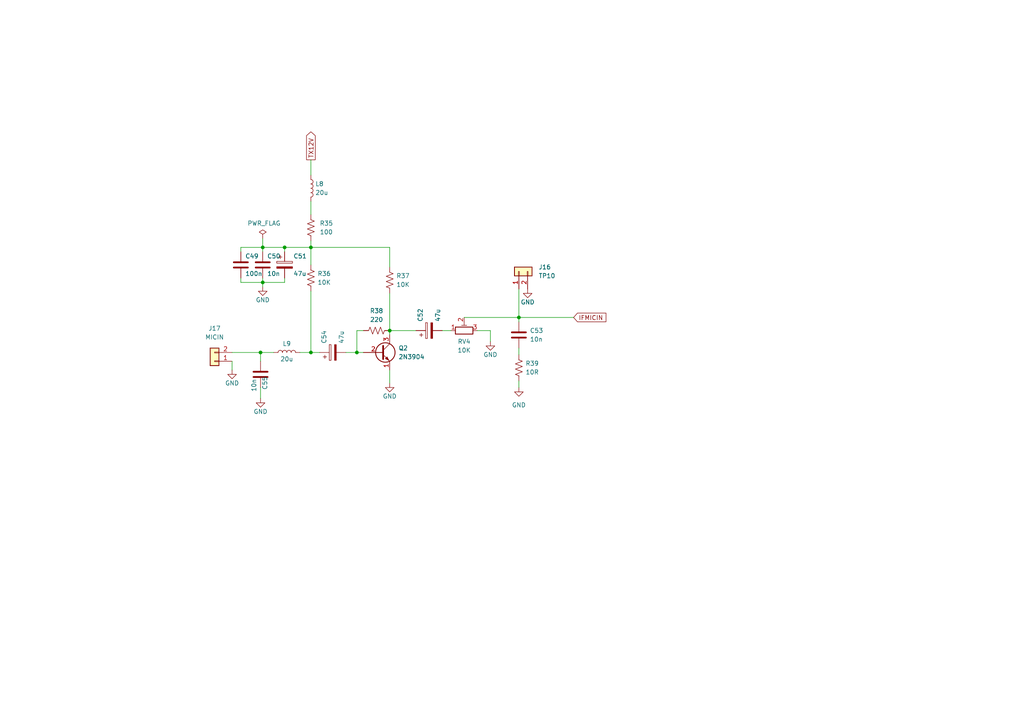
<source format=kicad_sch>
(kicad_sch (version 20211123) (generator eeschema)
  (paper "A4")
  (lib_symbols
    (symbol "Connector_Generic:Conn_01x02" (pin_names (offset 1.016) hide)
      (property "Reference" "J" (at 0 2.54 0))
      (property "Value" "Conn_01x02" (at 0 -5.08 0))
      (symbol "Conn_01x02_1_1"
        (rectangle (start -1.27 -2.413) (end 0 -2.667) (stroke (width 0.1524)))
        (rectangle (start -1.27 0.127) (end 0 -0.127) (stroke (width 0.1524)))
        (rectangle (start -1.27 1.27) (end 1.27 -3.81) (stroke (width 0.254)) (fill (type background)))
        (pin passive line (at -5.08 0 0) (length 3.81) (name "Pin_1") (number "1"))
        (pin passive line (at -5.08 -2.54 0) (length 3.81) (name "Pin_2") (number "2"))
      )
    )
    (symbol "Device:C" (pin_numbers hide) (pin_names (offset 0.254))
      (property "Reference" "C" (at 0.635 2.54 0))
      (property "Value" "C" (at 0.635 -2.54 0))
      (symbol "C_0_1"
        (polyline (pts (xy -2.032 -0.762) (xy 2.032 -0.762)) (stroke (width 0.508)))
        (polyline (pts (xy -2.032 0.762) (xy 2.032 0.762)) (stroke (width 0.508)))
      )
      (symbol "C_1_1"
        (pin passive line (at 0 3.81 270) (length 2.794) (name "~") (number "1"))
        (pin passive line (at 0 -3.81 90) (length 2.794) (name "~") (number "2"))
      )
    )
    (symbol "Device:C_Polarized" (pin_numbers hide) (pin_names (offset 0.254))
      (property "Reference" "C" (at 0.635 2.54 0))
      (property "Value" "C_Polarized" (at 0.635 -2.54 0))
      (symbol "C_Polarized_0_1"
        (rectangle (start -2.286 0.508) (end 2.286 1.016))
        (polyline (pts (xy -1.778 2.286) (xy -0.762 2.286)))
        (polyline (pts (xy -1.27 2.794) (xy -1.27 1.778)))
        (rectangle (start 2.286 -0.508) (end -2.286 -1.016) (fill (type outline)))
      )
      (symbol "C_Polarized_1_1"
        (pin passive line (at 0 3.81 270) (length 2.794) (name "~") (number "1"))
        (pin passive line (at 0 -3.81 90) (length 2.794) (name "~") (number "2"))
      )
    )
    (symbol "Device:L" (pin_numbers hide) (pin_names (offset 1.016) hide)
      (property "Reference" "L" (at -1.27 0 90))
      (property "Value" "L" (at 1.905 0 90))
      (symbol "L_0_1"
        (arc (start 0 -2.54) (mid 0.635 -1.905) (end 0 -1.27))
        (arc (start 0 -1.27) (mid 0.635 -0.635) (end 0 0))
        (arc (start 0 0) (mid 0.635 0.635) (end 0 1.27))
        (arc (start 0 1.27) (mid 0.635 1.905) (end 0 2.54))
      )
      (symbol "L_1_1"
        (pin passive line (at 0 3.81 270) (length 1.27) (name "1") (number "1"))
        (pin passive line (at 0 -3.81 90) (length 1.27) (name "2") (number "2"))
      )
    )
    (symbol "Device:R_Potentiometer_Trim" (pin_names (offset 1.016) hide)
      (property "Reference" "RV" (at -4.445 0 90))
      (property "Value" "R_Potentiometer_Trim" (at -2.54 0 90))
      (symbol "R_Potentiometer_Trim_0_1"
        (polyline (pts (xy 1.524 0.762) (xy 1.524 -0.762)))
        (polyline (pts (xy 2.54 0) (xy 1.524 0)))
        (rectangle (start 1.016 2.54) (end -1.016 -2.54) (stroke (width 0.254)))
      )
      (symbol "R_Potentiometer_Trim_1_1"
        (pin passive line (at 0 3.81 270) (length 1.27) (name "1") (number "1"))
        (pin passive line (at 3.81 0 180) (length 1.27) (name "2") (number "2"))
        (pin passive line (at 0 -3.81 90) (length 1.27) (name "3") (number "3"))
      )
    )
    (symbol "Device:R_US" (pin_numbers hide) (pin_names (offset 0))
      (property "Reference" "R" (at 2.54 0 90))
      (property "Value" "R_US" (at -2.54 0 90))
      (symbol "R_US_0_1"
        (polyline (pts (xy 0 -2.286) (xy 0 -2.54)))
        (polyline (pts (xy 0 2.286) (xy 0 2.54)))
        (polyline (pts (xy 0 -0.762) (xy 1.016 -1.143) (xy 0 -1.524) (xy -1.016 -1.905) (xy 0 -2.286)))
        (polyline (pts (xy 0 0.762) (xy 1.016 0.381) (xy 0 0) (xy -1.016 -0.381) (xy 0 -0.762)))
        (polyline (pts (xy 0 2.286) (xy 1.016 1.905) (xy 0 1.524) (xy -1.016 1.143) (xy 0 0.762)))
      )
      (symbol "R_US_1_1"
        (pin passive line (at 0 3.81 270) (length 1.27) (name "~") (number "1"))
        (pin passive line (at 0 -3.81 90) (length 1.27) (name "~") (number "2"))
      )
    )
    (symbol "Transistor_BJT:2N3904" (pin_names (offset 0) hide)
      (property "Reference" "Q" (at 5.08 1.905 0))
      (property "Value" "2N3904" (at 5.08 0 0))
      (symbol "2N3904_0_1"
        (polyline (pts (xy 0.635 0.635) (xy 2.54 2.54)))
        (polyline (pts (xy 0.635 -0.635) (xy 2.54 -2.54) (xy 2.54 -2.54)))
        (polyline (pts (xy 0.635 1.905) (xy 0.635 -1.905) (xy 0.635 -1.905)) (stroke (width 0.508)))
        (polyline (pts (xy 1.27 -1.778) (xy 1.778 -1.27) (xy 2.286 -2.286) (xy 1.27 -1.778) (xy 1.27 -1.778)) (fill (type outline)))
        (circle (center 1.27 0) (radius 2.8194) (stroke (width 0.254)))
      )
      (symbol "2N3904_1_1"
        (pin passive line (at 2.54 -5.08 90) (length 2.54) (name "E") (number "1"))
        (pin passive line (at -5.08 0 0) (length 5.715) (name "B") (number "2"))
        (pin passive line (at 2.54 5.08 270) (length 2.54) (name "C") (number "3"))
      )
    )
    (symbol "power:GND" (power) (pin_names (offset 0))
      (property "Value" "GND" (at 0 -3.81 0))
      (symbol "GND_0_1"
        (polyline (pts (xy 0 0) (xy 0 -1.27) (xy 1.27 -1.27) (xy 0 -2.54) (xy -1.27 -1.27) (xy 0 -1.27)))
      )
      (symbol "GND_1_1"
        (pin power_in line (at 0 0 270) (length 0) hide (name "GND") (number "1"))
      )
    )
    (symbol "power:PWR_FLAG" (power) (pin_numbers hide) (pin_names (offset 0) hide)
      (property "Value" "PWR_FLAG" (at 0 3.81 0))
      (symbol "PWR_FLAG_0_0"
        (pin power_out line (at 0 0 90) (length 0) (name "pwr") (number "1"))
      )
      (symbol "PWR_FLAG_0_1"
        (polyline (pts (xy 0 0) (xy 0 1.27) (xy -1.016 1.905) (xy 0 2.54) (xy 1.016 1.905) (xy 0 1.27)))
      )
    )
  )
  (junction (at 75.565 102.235))
  (junction (at 113.03 95.885))
  (junction (at 90.17 102.235))
  (junction (at 150.495 92.075))
  (junction (at 82.55 71.755))
  (junction (at 76.2 81.915))
  (junction (at 103.505 102.235))
  (junction (at 90.17 71.755))
  (junction (at 76.2 71.755))
  (wire (pts (xy 90.17 69.85) (xy 90.17 71.755)))
  (wire (pts (xy 134.62 92.075) (xy 150.495 92.075)))
  (wire (pts (xy 76.2 71.755) (xy 76.2 73.025)))
  (wire (pts (xy 113.03 71.755) (xy 113.03 77.47)))
  (wire (pts (xy 67.31 102.235) (xy 75.565 102.235)))
  (wire (pts (xy 90.17 58.42) (xy 90.17 62.23)))
  (wire (pts (xy 69.85 71.755) (xy 69.85 73.025)))
  (wire (pts (xy 90.17 71.755) (xy 82.55 71.755)))
  (wire (pts (xy 150.495 100.965) (xy 150.495 102.87)))
  (wire (pts (xy 113.03 111.125) (xy 113.03 107.315)))
  (wire (pts (xy 76.2 71.755) (xy 82.55 71.755)))
  (wire (pts (xy 150.495 92.075) (xy 150.495 93.345)))
  (wire (pts (xy 142.24 95.885) (xy 142.24 99.06)))
  (wire (pts (xy 150.495 83.82) (xy 150.495 92.075)))
  (wire (pts (xy 103.505 102.235) (xy 100.33 102.235)))
  (wire (pts (xy 82.55 80.645) (xy 82.55 81.915)))
  (wire (pts (xy 138.43 95.885) (xy 142.24 95.885)))
  (wire (pts (xy 75.565 102.235) (xy 79.375 102.235)))
  (wire (pts (xy 105.41 102.235) (xy 103.505 102.235)))
  (wire (pts (xy 69.85 80.645) (xy 69.85 81.915)))
  (wire (pts (xy 76.2 81.915) (xy 76.2 80.645)))
  (wire (pts (xy 113.03 95.885) (xy 113.03 97.155)))
  (wire (pts (xy 76.2 81.915) (xy 82.55 81.915)))
  (wire (pts (xy 67.31 107.315) (xy 67.31 104.775)))
  (wire (pts (xy 75.565 102.235) (xy 75.565 104.775)))
  (wire (pts (xy 113.03 85.09) (xy 113.03 95.885)))
  (wire (pts (xy 90.17 71.755) (xy 90.17 76.835)))
  (wire (pts (xy 90.17 84.455) (xy 90.17 102.235)))
  (wire (pts (xy 76.2 69.215) (xy 76.2 71.755)))
  (wire (pts (xy 90.17 71.755) (xy 113.03 71.755)))
  (wire (pts (xy 113.03 95.885) (xy 120.65 95.885)))
  (wire (pts (xy 82.55 71.755) (xy 82.55 73.025)))
  (wire (pts (xy 103.505 95.885) (xy 103.505 102.235)))
  (wire (pts (xy 86.995 102.235) (xy 90.17 102.235)))
  (wire (pts (xy 92.71 102.235) (xy 90.17 102.235)))
  (wire (pts (xy 69.85 71.755) (xy 76.2 71.755)))
  (wire (pts (xy 130.81 95.885) (xy 128.27 95.885)))
  (wire (pts (xy 150.495 92.075) (xy 166.37 92.075)))
  (wire (pts (xy 75.565 115.57) (xy 75.565 112.395)))
  (wire (pts (xy 69.85 81.915) (xy 76.2 81.915)))
  (wire (pts (xy 76.2 81.915) (xy 76.2 83.185)))
  (wire (pts (xy 105.41 95.885) (xy 103.505 95.885)))
  (wire (pts (xy 150.495 110.49) (xy 150.495 112.395)))
  (wire (pts (xy 90.17 46.355) (xy 90.17 50.8)))
  (global_label "TX12V" (shape output) (at 90.17 46.355 90) (property "Intersheet References" "${INTERSHEET_REFS}" (effects hide)))
  (global_label "IFMICIN" (shape input) (at 166.37 92.075 0) (property "Intersheet References" "${INTERSHEET_REFS}" (effects hide)))
  (symbol (lib_id "Connector_Generic:Conn_01x02") (at 62.23 104.775 180) (unit 1)
    (property "Reference" "J17" (at 62.23 95.25 0))
    (property "Value" "MICIN" (at 62.23 97.79 0))
    (property "Footprint" "Connector_PinHeader_2.54mm:PinHeader_1x02_P2.54mm_Vertical" (effects hide))
  )
  (symbol (lib_id "power:GND") (at 67.31 107.315 0) (unit 1)
    (property "Reference" "#PWR066" (effects hide))
    (property "Value" "GND" (at 67.31 111.125 0))
  )
  (symbol (lib_id "Device:C") (at 75.565 108.585 0) (unit 1)
    (property "Reference" "C55" (at 76.835 111.125 90))
    (property "Value" "10n" (at 73.66 111.76 90))
    (property "Footprint" "Capacitor_SMD:C_1206_3216Metric" (effects hide))
  )
  (symbol (lib_id "power:GND") (at 76.2 83.185 0) (unit 1)
    (property "Reference" "#PWR063" (effects hide))
    (property "Value" "GND" (at 76.2 86.995 0))
  )
  (symbol (lib_id "Device:C") (at 150.495 97.155 0) (unit 1)
    (property "Reference" "C53" (at 153.67 95.8849 0) (effects (justify left)))
    (property "Value" "10n" (at 153.67 98.4249 0) (effects (justify left)))
    (property "Footprint" "Capacitor_SMD:C_1206_3216Metric" (effects hide))
  )
  (symbol (lib_id "Device:R_US") (at 109.22 95.885 90) (unit 1)
    (property "Reference" "R38" (at 109.22 90.17 90))
    (property "Value" "220" (at 109.22 92.71 90))
    (property "Footprint" "Resistor_SMD:R_1206_3216Metric" (effects hide))
  )
  (symbol (lib_id "power:GND") (at 153.035 83.82 0) (unit 1)
    (property "Reference" "#PWR064" (effects hide))
    (property "Value" "GND" (at 153.035 87.63 0))
  )
  (symbol (lib_id "Device:R_US") (at 90.17 66.04 0) (unit 1)
    (property "Reference" "R35" (at 92.71 64.7699 0) (effects (justify left)))
    (property "Value" "100" (at 92.71 67.3099 0) (effects (justify left)))
    (property "Footprint" "Resistor_SMD:R_1206_3216Metric" (effects hide))
  )
  (symbol (lib_id "Device:C_Polarized") (at 96.52 102.235 90) (unit 1)
    (property "Reference" "C54" (at 93.98 99.695 0) (effects (justify left)))
    (property "Value" "47u" (at 99.06 99.695 0) (effects (justify left)))
    (property "Footprint" "Capacitor_THT:CP_Radial_D8.0mm_P2.50mm" (effects hide))
  )
  (symbol (lib_id "Device:L") (at 90.17 54.61 0) (unit 1)
    (property "Reference" "L8" (at 91.44 53.3399 0) (effects (justify left)))
    (property "Value" "20u" (at 91.44 55.8799 0) (effects (justify left)))
    (property "Footprint" "Inductor_SMD:L_1206_3216Metric" (effects hide))
  )
  (symbol (lib_id "Device:R_US") (at 150.495 106.68 180) (unit 1)
    (property "Reference" "R39" (at 152.4 105.4099 0) (effects (justify right)))
    (property "Value" "10R" (at 152.4 107.9499 0) (effects (justify right)))
    (property "Footprint" "Resistor_SMD:R_1206_3216Metric" (effects hide))
  )
  (symbol (lib_id "Device:R_US") (at 113.03 81.28 0) (unit 1)
    (property "Reference" "R37" (at 114.935 80.0099 0) (effects (justify left)))
    (property "Value" "10K" (at 114.935 82.5499 0) (effects (justify left)))
    (property "Footprint" "Resistor_SMD:R_1206_3216Metric" (effects hide))
  )
  (symbol (lib_id "power:GND") (at 142.24 99.06 0) (unit 1)
    (property "Reference" "#PWR065" (effects hide))
    (property "Value" "GND" (at 142.24 102.87 0))
  )
  (symbol (lib_id "power:PWR_FLAG") (at 76.2 69.215 0) (unit 1)
    (property "Reference" "#FLG011" (effects hide))
    (property "Value" "PWR_FLAG" (at 71.755 64.77 0) (effects (justify left)))
  )
  (symbol (lib_id "Device:C_Polarized") (at 82.55 76.835 0) (unit 1)
    (property "Reference" "C51" (at 85.09 74.295 0) (effects (justify left)))
    (property "Value" "47u" (at 85.09 79.375 0) (effects (justify left)))
    (property "Footprint" "Capacitor_THT:CP_Radial_D8.0mm_P2.50mm" (effects hide))
  )
  (symbol (lib_id "Transistor_BJT:2N3904") (at 110.49 102.235 0) (unit 1)
    (property "Reference" "Q2" (at 115.57 100.9649 0) (effects (justify left)))
    (property "Value" "2N3904" (at 115.57 103.5049 0) (effects (justify left)))
    (property "Footprint" "Package_TO_SOT_THT:TO-92_Inline" (effects hide))
    (property "Datasheet" "https://www.onsemi.com/pub/Collateral/2N3903-D.PDF" (effects hide))
  )
  (symbol (lib_id "power:GND") (at 150.495 112.395 0) (unit 1)
    (property "Reference" "#PWR068" (effects hide))
    (property "Value" "GND" (at 150.495 117.475 0))
  )
  (symbol (lib_id "power:GND") (at 113.03 111.125 0) (unit 1)
    (property "Reference" "#PWR067" (effects hide))
    (property "Value" "GND" (at 113.03 114.935 0))
  )
  (symbol (lib_id "Device:R_US") (at 90.17 80.645 0) (unit 1)
    (property "Reference" "R36" (at 92.075 79.3749 0) (effects (justify left)))
    (property "Value" "10K" (at 92.075 81.9149 0) (effects (justify left)))
    (property "Footprint" "Resistor_SMD:R_1206_3216Metric" (effects hide))
  )
  (symbol (lib_id "Device:C") (at 69.85 76.835 0) (unit 1)
    (property "Reference" "C49" (at 71.12 74.295 0) (effects (justify left)))
    (property "Value" "100n" (at 71.12 79.375 0) (effects (justify left)))
    (property "Footprint" "Capacitor_SMD:C_1206_3216Metric" (effects hide))
  )
  (symbol (lib_id "power:GND") (at 75.565 115.57 0) (unit 1)
    (property "Reference" "#PWR069" (effects hide))
    (property "Value" "GND" (at 75.565 119.38 0))
  )
  (symbol (lib_id "Connector_Generic:Conn_01x02") (at 150.495 78.74 90) (unit 1)
    (property "Reference" "J16" (at 156.21 77.4699 90) (effects (justify right)))
    (property "Value" "TP10" (at 156.21 80.0099 90) (effects (justify right)))
    (property "Footprint" "Connector_PinSocket_2.54mm:PinSocket_1x02_P2.54mm_Vertical" (effects hide))
  )
  (symbol (lib_id "Device:C") (at 76.2 76.835 0) (unit 1)
    (property "Reference" "C50" (at 77.47 74.295 0) (effects (justify left)))
    (property "Value" "10n" (at 77.47 79.375 0) (effects (justify left)))
    (property "Footprint" "Capacitor_SMD:C_1206_3216Metric" (effects hide))
  )
  (symbol (lib_id "Device:R_Potentiometer_Trim") (at 134.62 95.885 90) (unit 1)
    (property "Reference" "RV4" (at 134.62 99.06 90))
    (property "Value" "10K" (at 134.62 101.6 90))
    (property "Footprint" "Potentiometer_THT:Potentiometer_Bourns_3296W_Vertical" (effects hide))
  )
  (symbol (lib_id "Device:L") (at 83.185 102.235 90) (unit 1)
    (property "Reference" "L9" (at 83.185 99.695 90))
    (property "Value" "20u" (at 83.185 104.14 90))
    (property "Footprint" "Inductor_SMD:L_1206_3216Metric" (effects hide))
  )
  (symbol (lib_id "Device:C_Polarized") (at 124.46 95.885 90) (unit 1)
    (property "Reference" "C52" (at 121.92 93.345 0) (effects (justify left)))
    (property "Value" "47u" (at 127 93.345 0) (effects (justify left)))
    (property "Footprint" "Capacitor_THT:CP_Radial_D8.0mm_P2.50mm" (effects hide))
  )
)
</source>
